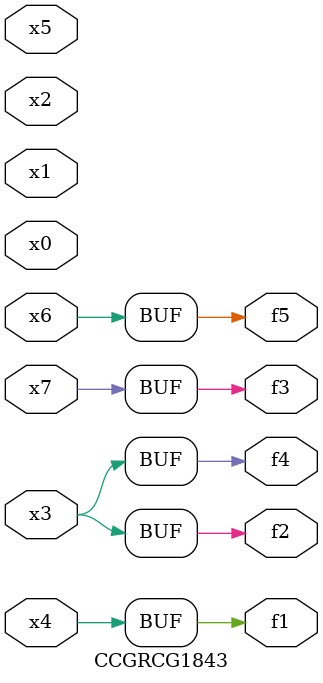
<source format=v>
module CCGRCG1843(
	input x0, x1, x2, x3, x4, x5, x6, x7,
	output f1, f2, f3, f4, f5
);
	assign f1 = x4;
	assign f2 = x3;
	assign f3 = x7;
	assign f4 = x3;
	assign f5 = x6;
endmodule

</source>
